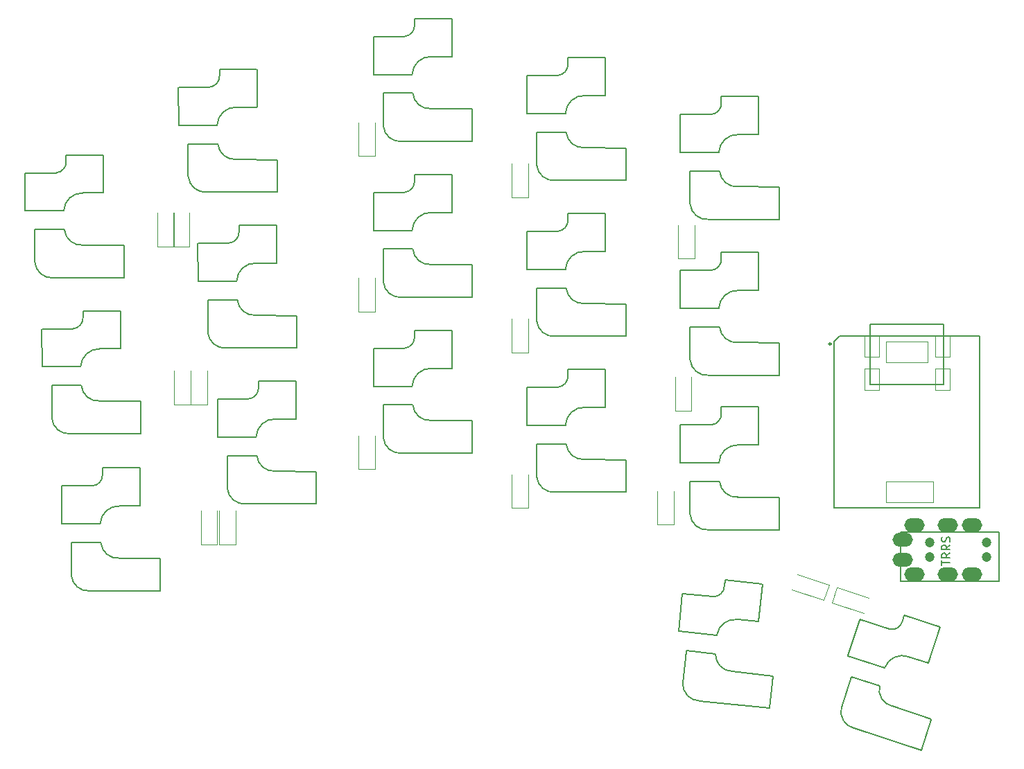
<source format=gto>
%TF.GenerationSoftware,KiCad,Pcbnew,(6.0.7)*%
%TF.CreationDate,2022-09-23T16:12:31+09:00*%
%TF.ProjectId,selen-full,73656c65-6e2d-4667-956c-6c2e6b696361,rev?*%
%TF.SameCoordinates,Original*%
%TF.FileFunction,Legend,Top*%
%TF.FilePolarity,Positive*%
%FSLAX46Y46*%
G04 Gerber Fmt 4.6, Leading zero omitted, Abs format (unit mm)*
G04 Created by KiCad (PCBNEW (6.0.7)) date 2022-09-23 16:12:31*
%MOMM*%
%LPD*%
G01*
G04 APERTURE LIST*
%ADD10C,0.150000*%
%ADD11C,0.120000*%
%ADD12C,0.066040*%
%ADD13C,0.127000*%
%ADD14C,0.254000*%
%ADD15C,1.200000*%
%ADD16O,2.500000X1.700000*%
G04 APERTURE END LIST*
D10*
%TO.C,J1*%
X204986380Y-122886904D02*
X204986380Y-122315476D01*
X205986380Y-122601190D02*
X204986380Y-122601190D01*
X205986380Y-121410714D02*
X205510190Y-121744047D01*
X205986380Y-121982142D02*
X204986380Y-121982142D01*
X204986380Y-121601190D01*
X205034000Y-121505952D01*
X205081619Y-121458333D01*
X205176857Y-121410714D01*
X205319714Y-121410714D01*
X205414952Y-121458333D01*
X205462571Y-121505952D01*
X205510190Y-121601190D01*
X205510190Y-121982142D01*
X205986380Y-120410714D02*
X205510190Y-120744047D01*
X205986380Y-120982142D02*
X204986380Y-120982142D01*
X204986380Y-120601190D01*
X205034000Y-120505952D01*
X205081619Y-120458333D01*
X205176857Y-120410714D01*
X205319714Y-120410714D01*
X205414952Y-120458333D01*
X205462571Y-120505952D01*
X205510190Y-120601190D01*
X205510190Y-120982142D01*
X205938761Y-120029761D02*
X205986380Y-119886904D01*
X205986380Y-119648809D01*
X205938761Y-119553571D01*
X205891142Y-119505952D01*
X205795904Y-119458333D01*
X205700666Y-119458333D01*
X205605428Y-119505952D01*
X205557809Y-119553571D01*
X205510190Y-119648809D01*
X205462571Y-119839285D01*
X205414952Y-119934523D01*
X205367333Y-119982142D01*
X205272095Y-120029761D01*
X205176857Y-120029761D01*
X205081619Y-119982142D01*
X205034000Y-119934523D01*
X204986380Y-119839285D01*
X204986380Y-119601190D01*
X205034000Y-119458333D01*
D11*
%TO.C,D9*%
X154500000Y-96850000D02*
X154500000Y-92800000D01*
X152500000Y-96850000D02*
X152500000Y-92800000D01*
X152500000Y-96900000D02*
X154500000Y-96900000D01*
%TO.C,D4*%
X152500000Y-77850000D02*
X152500000Y-73800000D01*
X154500000Y-77850000D02*
X154500000Y-73800000D01*
X152500000Y-77900000D02*
X154500000Y-77900000D01*
%TO.C,D12*%
X118750000Y-120284000D02*
X118750000Y-116234000D01*
X116750000Y-120334000D02*
X118750000Y-120334000D01*
X116750000Y-120284000D02*
X116750000Y-116234000D01*
%TO.C,D17*%
X192222830Y-125594083D02*
X196074609Y-126845601D01*
X192175277Y-125578632D02*
X191557243Y-127480745D01*
X191604796Y-127496196D02*
X195456575Y-128747714D01*
D10*
%TO.C,SW1*%
X93055000Y-79562500D02*
X93030000Y-74962500D01*
X105130000Y-83858500D02*
X105130000Y-87766500D01*
X102605000Y-77387500D02*
X100055000Y-77387500D01*
X105130000Y-83812500D02*
X100080000Y-83766500D01*
X94230000Y-85812500D02*
X94230000Y-81867500D01*
X102630000Y-77362500D02*
X102630000Y-72762500D01*
X97755000Y-79587500D02*
X93055000Y-79587500D01*
X102605000Y-72737500D02*
X98055000Y-72737500D01*
X96830000Y-74937500D02*
X93055000Y-74937500D01*
X105130000Y-87766500D02*
X96505000Y-87766500D01*
X98050000Y-73462500D02*
X98050000Y-72762500D01*
X94230000Y-81858500D02*
X97840000Y-81858500D01*
X100130000Y-77392500D02*
G75*
G03*
X97760000Y-79562500I-100000J-2270000D01*
G01*
X96830000Y-74932500D02*
G75*
G03*
X98050000Y-73512500I-100000J1320000D01*
G01*
X94241000Y-85882500D02*
G75*
G03*
X96505000Y-87766500I2074000J190000D01*
G01*
X97845000Y-81882500D02*
G75*
G03*
X100105000Y-83762500I2070000J190000D01*
G01*
%TO.C,SW13*%
X140595000Y-94893750D02*
X140595000Y-94193750D01*
X145150000Y-94168750D02*
X140600000Y-94168750D01*
X147675000Y-109197750D02*
X139050000Y-109197750D01*
X139375000Y-96368750D02*
X135600000Y-96368750D01*
X136775000Y-107243750D02*
X136775000Y-103298750D01*
X145175000Y-98793750D02*
X145175000Y-94193750D01*
X136775000Y-103289750D02*
X140385000Y-103289750D01*
X147675000Y-105243750D02*
X142625000Y-105197750D01*
X140300000Y-101018750D02*
X135600000Y-101018750D01*
X147675000Y-105289750D02*
X147675000Y-109197750D01*
X145150000Y-98818750D02*
X142600000Y-98818750D01*
X135600000Y-100993750D02*
X135575000Y-96393750D01*
X140390000Y-103313750D02*
G75*
G03*
X142650000Y-105193750I2070000J190000D01*
G01*
X139375000Y-96363750D02*
G75*
G03*
X140595000Y-94943750I-100000J1320000D01*
G01*
X142675000Y-98823750D02*
G75*
G03*
X140305000Y-100993750I-100000J-2270000D01*
G01*
X136786000Y-107313750D02*
G75*
G03*
X139050000Y-109197750I2074000J190000D01*
G01*
D11*
%TO.C,D15*%
X170250000Y-117900000D02*
X172250000Y-117900000D01*
X170250000Y-117850000D02*
X170250000Y-113800000D01*
X172250000Y-117850000D02*
X172250000Y-113800000D01*
%TO.C,D8*%
X133750000Y-91850000D02*
X133750000Y-87800000D01*
X135750000Y-91850000D02*
X135750000Y-87800000D01*
X133750000Y-91900000D02*
X135750000Y-91900000D01*
D10*
%TO.C,SW7*%
X118868750Y-88160000D02*
X114168750Y-88160000D01*
X123718750Y-85960000D02*
X121168750Y-85960000D01*
X126243750Y-92385000D02*
X121193750Y-92339000D01*
X115343750Y-90431000D02*
X118953750Y-90431000D01*
X123718750Y-81310000D02*
X119168750Y-81310000D01*
X117943750Y-83510000D02*
X114168750Y-83510000D01*
X123743750Y-85935000D02*
X123743750Y-81335000D01*
X115343750Y-94385000D02*
X115343750Y-90440000D01*
X126243750Y-96339000D02*
X117618750Y-96339000D01*
X126243750Y-92431000D02*
X126243750Y-96339000D01*
X119163750Y-82035000D02*
X119163750Y-81335000D01*
X114168750Y-88135000D02*
X114143750Y-83535000D01*
X118958750Y-90455000D02*
G75*
G03*
X121218750Y-92335000I2070000J190000D01*
G01*
X121243750Y-85965000D02*
G75*
G03*
X118873750Y-88135000I-100000J-2270000D01*
G01*
X117943750Y-83505000D02*
G75*
G03*
X119163750Y-82085000I-100000J1320000D01*
G01*
X115354750Y-94455000D02*
G75*
G03*
X117618750Y-96339000I2074000J190000D01*
G01*
D11*
%TO.C,D11*%
X116500000Y-120284000D02*
X116500000Y-116234000D01*
X114500000Y-120334000D02*
X116500000Y-120334000D01*
X114500000Y-120284000D02*
X114500000Y-116234000D01*
D10*
%TO.C,SW6*%
X104693750Y-96412500D02*
X104693750Y-91812500D01*
X104668750Y-91787500D02*
X100118750Y-91787500D01*
X107193750Y-106816500D02*
X98568750Y-106816500D01*
X98893750Y-93987500D02*
X95118750Y-93987500D01*
X107193750Y-102862500D02*
X102143750Y-102816500D01*
X95118750Y-98612500D02*
X95093750Y-94012500D01*
X99818750Y-98637500D02*
X95118750Y-98637500D01*
X107193750Y-102908500D02*
X107193750Y-106816500D01*
X100113750Y-92512500D02*
X100113750Y-91812500D01*
X96293750Y-104862500D02*
X96293750Y-100917500D01*
X104668750Y-96437500D02*
X102118750Y-96437500D01*
X96293750Y-100908500D02*
X99903750Y-100908500D01*
X102193750Y-96442500D02*
G75*
G03*
X99823750Y-98612500I-100000J-2270000D01*
G01*
X99908750Y-100932500D02*
G75*
G03*
X102168750Y-102812500I2070000J190000D01*
G01*
X96304750Y-104932500D02*
G75*
G03*
X98568750Y-106816500I2074000J190000D01*
G01*
X98893750Y-93982500D02*
G75*
G03*
X100113750Y-92562500I-100000J1320000D01*
G01*
%TO.C,SW11*%
X101275000Y-113196250D02*
X97500000Y-113196250D01*
X98675000Y-124071250D02*
X98675000Y-120126250D01*
X107050000Y-110996250D02*
X102500000Y-110996250D01*
X107050000Y-115646250D02*
X104500000Y-115646250D01*
X102200000Y-117846250D02*
X97500000Y-117846250D01*
X107075000Y-115621250D02*
X107075000Y-111021250D01*
X97500000Y-117821250D02*
X97475000Y-113221250D01*
X98675000Y-120117250D02*
X102285000Y-120117250D01*
X109575000Y-122071250D02*
X104525000Y-122025250D01*
X109575000Y-122117250D02*
X109575000Y-126025250D01*
X109575000Y-126025250D02*
X100950000Y-126025250D01*
X102495000Y-111721250D02*
X102495000Y-111021250D01*
X101275000Y-113191250D02*
G75*
G03*
X102495000Y-111771250I-100000J1320000D01*
G01*
X98686000Y-124141250D02*
G75*
G03*
X100950000Y-126025250I2074000J190000D01*
G01*
X104575000Y-115651250D02*
G75*
G03*
X102205000Y-117821250I-100000J-2270000D01*
G01*
X102290000Y-120141250D02*
G75*
G03*
X104550000Y-122021250I2070000J190000D01*
G01*
%TO.C,SW8*%
X145175000Y-79743750D02*
X145175000Y-75143750D01*
X136775000Y-88193750D02*
X136775000Y-84248750D01*
X145150000Y-79768750D02*
X142600000Y-79768750D01*
X147675000Y-86193750D02*
X142625000Y-86147750D01*
X147675000Y-86239750D02*
X147675000Y-90147750D01*
X147675000Y-90147750D02*
X139050000Y-90147750D01*
X140595000Y-75843750D02*
X140595000Y-75143750D01*
X135600000Y-81943750D02*
X135575000Y-77343750D01*
X139375000Y-77318750D02*
X135600000Y-77318750D01*
X136775000Y-84239750D02*
X140385000Y-84239750D01*
X140300000Y-81968750D02*
X135600000Y-81968750D01*
X145150000Y-75118750D02*
X140600000Y-75118750D01*
X136786000Y-88263750D02*
G75*
G03*
X139050000Y-90147750I2074000J190000D01*
G01*
X140390000Y-84263750D02*
G75*
G03*
X142650000Y-86143750I2070000J190000D01*
G01*
X139375000Y-77313750D02*
G75*
G03*
X140595000Y-75893750I-100000J1320000D01*
G01*
X142675000Y-79773750D02*
G75*
G03*
X140305000Y-81943750I-100000J-2270000D01*
G01*
%TO.C,SW10*%
X185140000Y-99672750D02*
X176515000Y-99672750D01*
X173065000Y-91468750D02*
X173040000Y-86868750D01*
X182615000Y-84643750D02*
X178065000Y-84643750D01*
X174240000Y-93764750D02*
X177850000Y-93764750D01*
X182615000Y-89293750D02*
X180065000Y-89293750D01*
X182640000Y-89268750D02*
X182640000Y-84668750D01*
X185140000Y-95764750D02*
X185140000Y-99672750D01*
X174240000Y-97718750D02*
X174240000Y-93773750D01*
X178060000Y-85368750D02*
X178060000Y-84668750D01*
X176840000Y-86843750D02*
X173065000Y-86843750D01*
X177765000Y-91493750D02*
X173065000Y-91493750D01*
X185140000Y-95718750D02*
X180090000Y-95672750D01*
X180140000Y-89298750D02*
G75*
G03*
X177770000Y-91468750I-100000J-2270000D01*
G01*
X176840000Y-86838750D02*
G75*
G03*
X178060000Y-85418750I-100000J1320000D01*
G01*
X177855000Y-93788750D02*
G75*
G03*
X180115000Y-95668750I2070000J190000D01*
G01*
X174251000Y-97788750D02*
G75*
G03*
X176515000Y-99672750I2074000J190000D01*
G01*
%TO.C,SW15*%
X174240000Y-112656000D02*
X177850000Y-112656000D01*
X176840000Y-105735000D02*
X173065000Y-105735000D01*
X185140000Y-114656000D02*
X185140000Y-118564000D01*
X185140000Y-114610000D02*
X180090000Y-114564000D01*
X185140000Y-118564000D02*
X176515000Y-118564000D01*
X177765000Y-110385000D02*
X173065000Y-110385000D01*
X173065000Y-110360000D02*
X173040000Y-105760000D01*
X182640000Y-108160000D02*
X182640000Y-103560000D01*
X182615000Y-108185000D02*
X180065000Y-108185000D01*
X182615000Y-103535000D02*
X178065000Y-103535000D01*
X178060000Y-104260000D02*
X178060000Y-103560000D01*
X174240000Y-116610000D02*
X174240000Y-112665000D01*
X176840000Y-105730000D02*
G75*
G03*
X178060000Y-104310000I-100000J1320000D01*
G01*
X177855000Y-112680000D02*
G75*
G03*
X180115000Y-114560000I2070000J190000D01*
G01*
X174251000Y-116680000D02*
G75*
G03*
X176515000Y-118564000I2074000J190000D01*
G01*
X180140000Y-108190000D02*
G75*
G03*
X177770000Y-110360000I-100000J-2270000D01*
G01*
%TO.C,SW3*%
X147675000Y-67143750D02*
X142625000Y-67097750D01*
X145175000Y-60693750D02*
X145175000Y-56093750D01*
X139375000Y-58268750D02*
X135600000Y-58268750D01*
X145150000Y-60718750D02*
X142600000Y-60718750D01*
X135600000Y-62893750D02*
X135575000Y-58293750D01*
X136775000Y-69143750D02*
X136775000Y-65198750D01*
X140300000Y-62918750D02*
X135600000Y-62918750D01*
X136775000Y-65189750D02*
X140385000Y-65189750D01*
X147675000Y-71097750D02*
X139050000Y-71097750D01*
X147675000Y-67189750D02*
X147675000Y-71097750D01*
X140595000Y-56793750D02*
X140595000Y-56093750D01*
X145150000Y-56068750D02*
X140600000Y-56068750D01*
X136786000Y-69213750D02*
G75*
G03*
X139050000Y-71097750I2074000J190000D01*
G01*
X142675000Y-60723750D02*
G75*
G03*
X140305000Y-62893750I-100000J-2270000D01*
G01*
X140390000Y-65213750D02*
G75*
G03*
X142650000Y-67093750I2070000J190000D01*
G01*
X139375000Y-58263750D02*
G75*
G03*
X140595000Y-56843750I-100000J1320000D01*
G01*
%TO.C,SW16*%
X182561359Y-129778968D02*
X180025328Y-129512421D01*
X172836325Y-130943807D02*
X173292293Y-126366393D01*
X177507965Y-131459954D02*
X172833712Y-130968670D01*
X184396123Y-136478454D02*
X183987625Y-140365046D01*
X184400931Y-136432706D02*
X179383404Y-135859089D01*
X173351585Y-137282390D02*
X173763950Y-133359001D01*
X177074089Y-126738738D02*
X173319769Y-126344143D01*
X178441586Y-125399343D02*
X178514755Y-124703178D01*
X173764891Y-133350050D02*
X177355115Y-133727398D01*
X183047416Y-125154442D02*
X178522341Y-124678837D01*
X182588835Y-129756719D02*
X183069666Y-125181918D01*
X183987625Y-140365046D02*
X175409874Y-139463488D01*
X180099394Y-129525234D02*
G75*
G03*
X177515551Y-131435613I-336732J-2247111D01*
G01*
X177357580Y-133751789D02*
G75*
G03*
X179408685Y-135857724I2078520J-27415D01*
G01*
X177074612Y-126733766D02*
G75*
G03*
X178436359Y-125449069I38525J1323222D01*
G01*
X173355208Y-137353156D02*
G75*
G03*
X175409874Y-139463488I2082499J-27833D01*
G01*
D11*
%TO.C,D3*%
X133750000Y-72900000D02*
X135750000Y-72900000D01*
X133750000Y-72850000D02*
X133750000Y-68800000D01*
X135750000Y-72850000D02*
X135750000Y-68800000D01*
%TO.C,D5*%
X172800000Y-85400000D02*
X174800000Y-85400000D01*
X174800000Y-85350000D02*
X174800000Y-81300000D01*
X172800000Y-85350000D02*
X172800000Y-81300000D01*
%TO.C,D1*%
X109236000Y-83884000D02*
X109236000Y-79834000D01*
X109236000Y-83934000D02*
X111236000Y-83934000D01*
X111236000Y-83884000D02*
X111236000Y-79834000D01*
D10*
%TO.C,SW2*%
X111787500Y-69085000D02*
X111762500Y-64485000D01*
X123862500Y-73335000D02*
X118812500Y-73289000D01*
X112962500Y-75335000D02*
X112962500Y-71390000D01*
X116487500Y-69110000D02*
X111787500Y-69110000D01*
X121337500Y-66910000D02*
X118787500Y-66910000D01*
X123862500Y-77289000D02*
X115237500Y-77289000D01*
X121362500Y-66885000D02*
X121362500Y-62285000D01*
X115562500Y-64460000D02*
X111787500Y-64460000D01*
X116782500Y-62985000D02*
X116782500Y-62285000D01*
X123862500Y-73381000D02*
X123862500Y-77289000D01*
X112962500Y-71381000D02*
X116572500Y-71381000D01*
X121337500Y-62260000D02*
X116787500Y-62260000D01*
X116577500Y-71405000D02*
G75*
G03*
X118837500Y-73285000I2070000J190000D01*
G01*
X115562500Y-64455000D02*
G75*
G03*
X116782500Y-63035000I-100000J1320000D01*
G01*
X118862500Y-66915000D02*
G75*
G03*
X116492500Y-69085000I-100000J-2270000D01*
G01*
X112973500Y-75405000D02*
G75*
G03*
X115237500Y-77289000I2074000J190000D01*
G01*
%TO.C,SW9*%
X166407500Y-90956250D02*
X161357500Y-90910250D01*
X155507500Y-92956250D02*
X155507500Y-89011250D01*
X163882500Y-84531250D02*
X161332500Y-84531250D01*
X154332500Y-86706250D02*
X154307500Y-82106250D01*
X163882500Y-79881250D02*
X159332500Y-79881250D01*
X159032500Y-86731250D02*
X154332500Y-86731250D01*
X163907500Y-84506250D02*
X163907500Y-79906250D01*
X166407500Y-94910250D02*
X157782500Y-94910250D01*
X155507500Y-89002250D02*
X159117500Y-89002250D01*
X166407500Y-91002250D02*
X166407500Y-94910250D01*
X158107500Y-82081250D02*
X154332500Y-82081250D01*
X159327500Y-80606250D02*
X159327500Y-79906250D01*
X158107500Y-82076250D02*
G75*
G03*
X159327500Y-80656250I-100000J1320000D01*
G01*
X159122500Y-89026250D02*
G75*
G03*
X161382500Y-90906250I2070000J190000D01*
G01*
X155518500Y-93026250D02*
G75*
G03*
X157782500Y-94910250I2074000J190000D01*
G01*
X161407500Y-84536250D02*
G75*
G03*
X159037500Y-86706250I-100000J-2270000D01*
G01*
%TO.C,SW5*%
X185140000Y-80622750D02*
X176515000Y-80622750D01*
X174240000Y-74714750D02*
X177850000Y-74714750D01*
X182640000Y-70218750D02*
X182640000Y-65618750D01*
X182615000Y-70243750D02*
X180065000Y-70243750D01*
X182615000Y-65593750D02*
X178065000Y-65593750D01*
X177765000Y-72443750D02*
X173065000Y-72443750D01*
X185140000Y-76668750D02*
X180090000Y-76622750D01*
X176840000Y-67793750D02*
X173065000Y-67793750D01*
X173065000Y-72418750D02*
X173040000Y-67818750D01*
X178060000Y-66318750D02*
X178060000Y-65618750D01*
X185140000Y-76714750D02*
X185140000Y-80622750D01*
X174240000Y-78668750D02*
X174240000Y-74723750D01*
X176840000Y-67788750D02*
G75*
G03*
X178060000Y-66368750I-100000J1320000D01*
G01*
X174251000Y-78738750D02*
G75*
G03*
X176515000Y-80622750I2074000J190000D01*
G01*
X177855000Y-74738750D02*
G75*
G03*
X180115000Y-76618750I2070000J190000D01*
G01*
X180140000Y-70248750D02*
G75*
G03*
X177770000Y-72418750I-100000J-2270000D01*
G01*
D11*
%TO.C,D16*%
X190555170Y-127135917D02*
X186703391Y-125884399D01*
X190602723Y-127151368D02*
X191220757Y-125249255D01*
X191173204Y-125233804D02*
X187321425Y-123982286D01*
%TO.C,D13*%
X133750000Y-111100000D02*
X133750000Y-107050000D01*
X133750000Y-111150000D02*
X135750000Y-111150000D01*
X135750000Y-111100000D02*
X135750000Y-107050000D01*
%TO.C,D10*%
X172400000Y-103950000D02*
X172400000Y-99900000D01*
X172400000Y-104000000D02*
X174400000Y-104000000D01*
X174400000Y-103950000D02*
X174400000Y-99900000D01*
D10*
%TO.C,SW17*%
X203707707Y-141760842D02*
X202500069Y-145477571D01*
X198570679Y-130711626D02*
X194980440Y-129545087D01*
X200186768Y-129685818D02*
X200403079Y-129020079D01*
X204742867Y-130403875D02*
X200415560Y-128997847D01*
X192737372Y-140250921D02*
X193956444Y-136499003D01*
X202500069Y-145477571D02*
X194297206Y-142812300D01*
X203721922Y-141717094D02*
X198933301Y-140112809D01*
X203337440Y-134810237D02*
X204758918Y-130435377D01*
X198013477Y-135419880D02*
X193543511Y-133967500D01*
X193959225Y-136490444D02*
X197392539Y-137605995D01*
X193551237Y-133943723D02*
X194948938Y-129561138D01*
X203305938Y-134826288D02*
X200880744Y-134038294D01*
X192726202Y-140320895D02*
G75*
G03*
X194297206Y-142812300I2031205J-460200D01*
G01*
X198572224Y-130706871D02*
G75*
G03*
X200171317Y-129733371I312796J1286297D01*
G01*
X200950528Y-134066226D02*
G75*
G03*
X198025958Y-135397648I-796574J-2127996D01*
G01*
X197389878Y-137630366D02*
G75*
G03*
X198958314Y-140116730I2027400J-458964D01*
G01*
%TO.C,SW12*%
X121250000Y-107210000D02*
X116550000Y-107210000D01*
X117725000Y-109481000D02*
X121335000Y-109481000D01*
X117725000Y-113435000D02*
X117725000Y-109490000D01*
X120325000Y-102560000D02*
X116550000Y-102560000D01*
X116550000Y-107185000D02*
X116525000Y-102585000D01*
X126100000Y-105010000D02*
X123550000Y-105010000D01*
X126100000Y-100360000D02*
X121550000Y-100360000D01*
X128625000Y-111435000D02*
X123575000Y-111389000D01*
X128625000Y-111481000D02*
X128625000Y-115389000D01*
X126125000Y-104985000D02*
X126125000Y-100385000D01*
X121545000Y-101085000D02*
X121545000Y-100385000D01*
X128625000Y-115389000D02*
X120000000Y-115389000D01*
X123625000Y-105015000D02*
G75*
G03*
X121255000Y-107185000I-100000J-2270000D01*
G01*
X120325000Y-102555000D02*
G75*
G03*
X121545000Y-101135000I-100000J1320000D01*
G01*
X117736000Y-113505000D02*
G75*
G03*
X120000000Y-115389000I2074000J190000D01*
G01*
X121340000Y-109505000D02*
G75*
G03*
X123600000Y-111385000I2070000J190000D01*
G01*
D11*
%TO.C,D14*%
X154500000Y-115850000D02*
X154500000Y-111800000D01*
X152500000Y-115850000D02*
X152500000Y-111800000D01*
X152500000Y-115900000D02*
X154500000Y-115900000D01*
D10*
%TO.C,J1*%
X211984000Y-124875000D02*
X199984000Y-124875000D01*
X211984000Y-118875000D02*
X211984000Y-124875000D01*
X199984000Y-118875000D02*
X211984000Y-118875000D01*
X199984000Y-124875000D02*
X199984000Y-118875000D01*
D11*
%TO.C,D2*%
X113111000Y-83884000D02*
X113111000Y-79834000D01*
X111111000Y-83884000D02*
X111111000Y-79834000D01*
X111111000Y-83934000D02*
X113111000Y-83934000D01*
D10*
%TO.C,SW14*%
X159327500Y-99656250D02*
X159327500Y-98956250D01*
X155507500Y-108052250D02*
X159117500Y-108052250D01*
X159032500Y-105781250D02*
X154332500Y-105781250D01*
X154332500Y-105756250D02*
X154307500Y-101156250D01*
X163882500Y-103581250D02*
X161332500Y-103581250D01*
X163882500Y-98931250D02*
X159332500Y-98931250D01*
X166407500Y-110052250D02*
X166407500Y-113960250D01*
X166407500Y-110006250D02*
X161357500Y-109960250D01*
X155507500Y-112006250D02*
X155507500Y-108061250D01*
X166407500Y-113960250D02*
X157782500Y-113960250D01*
X158107500Y-101131250D02*
X154332500Y-101131250D01*
X163907500Y-103556250D02*
X163907500Y-98956250D01*
X161407500Y-103586250D02*
G75*
G03*
X159037500Y-105756250I-100000J-2270000D01*
G01*
X159122500Y-108076250D02*
G75*
G03*
X161382500Y-109956250I2070000J190000D01*
G01*
X158107500Y-101126250D02*
G75*
G03*
X159327500Y-99706250I-100000J1320000D01*
G01*
X155518500Y-112076250D02*
G75*
G03*
X157782500Y-113960250I2074000J190000D01*
G01*
D11*
%TO.C,D7*%
X115300000Y-103188000D02*
X115300000Y-99138000D01*
X113300000Y-103238000D02*
X115300000Y-103238000D01*
X113300000Y-103188000D02*
X113300000Y-99138000D01*
D10*
%TO.C,SW4*%
X163882500Y-60831250D02*
X159332500Y-60831250D01*
X163907500Y-65456250D02*
X163907500Y-60856250D01*
X166407500Y-71906250D02*
X161357500Y-71860250D01*
X154332500Y-67656250D02*
X154307500Y-63056250D01*
X166407500Y-75860250D02*
X157782500Y-75860250D01*
X159327500Y-61556250D02*
X159327500Y-60856250D01*
X158107500Y-63031250D02*
X154332500Y-63031250D01*
X159032500Y-67681250D02*
X154332500Y-67681250D01*
X155507500Y-73906250D02*
X155507500Y-69961250D01*
X163882500Y-65481250D02*
X161332500Y-65481250D01*
X155507500Y-69952250D02*
X159117500Y-69952250D01*
X166407500Y-71952250D02*
X166407500Y-75860250D01*
X161407500Y-65486250D02*
G75*
G03*
X159037500Y-67656250I-100000J-2270000D01*
G01*
X159122500Y-69976250D02*
G75*
G03*
X161382500Y-71856250I2070000J190000D01*
G01*
X155518500Y-73976250D02*
G75*
G03*
X157782500Y-75860250I2074000J190000D01*
G01*
X158107500Y-63026250D02*
G75*
G03*
X159327500Y-61606250I-100000J1320000D01*
G01*
D12*
%TO.C,U1*%
X204157184Y-97434116D02*
X205935184Y-97434116D01*
X204157184Y-97434116D02*
X204157184Y-94767116D01*
D13*
X205231604Y-100779296D02*
X196232384Y-100779296D01*
D12*
X198188184Y-112674116D02*
X203903184Y-112674116D01*
X198188184Y-98069116D02*
X203268184Y-98069116D01*
X205935184Y-101500656D02*
X205935184Y-98831116D01*
X204157184Y-101500656D02*
X205935184Y-101500656D01*
X203903184Y-115214116D02*
X203903184Y-112674116D01*
X195521184Y-97434116D02*
X197299184Y-97434116D01*
X204157184Y-101500656D02*
X204157184Y-98831116D01*
X197299184Y-97434116D02*
X197299184Y-94767116D01*
X195521184Y-98831116D02*
X197299184Y-98831116D01*
X198188184Y-115214116D02*
X203903184Y-115214116D01*
D13*
X205231604Y-93425996D02*
X205231604Y-100779296D01*
D12*
X195521184Y-101500656D02*
X197299184Y-101500656D01*
X195521184Y-97434116D02*
X195521184Y-94767116D01*
X203268184Y-98069116D02*
X203268184Y-95529116D01*
X195521184Y-101500656D02*
X195521184Y-98831116D01*
X204157184Y-94767116D02*
X205935184Y-94767116D01*
X205935184Y-97434116D02*
X205935184Y-94767116D01*
X197299184Y-101500656D02*
X197299184Y-98831116D01*
D13*
X209635964Y-94850936D02*
X192508744Y-94850936D01*
D12*
X195521184Y-94767116D02*
X197299184Y-94767116D01*
D13*
X196232384Y-100779296D02*
X196232384Y-93425996D01*
D12*
X198188184Y-98069116D02*
X198188184Y-95529116D01*
X204157184Y-98831116D02*
X205935184Y-98831116D01*
D13*
X191838184Y-115849116D02*
X209635964Y-115849116D01*
X209635964Y-115849116D02*
X209635964Y-94850936D01*
D12*
X198188184Y-115214116D02*
X198188184Y-112674116D01*
D13*
X196237464Y-93425996D02*
X205231604Y-93425996D01*
X191838184Y-95521496D02*
X191838184Y-115849116D01*
X192508744Y-94850936D02*
X191838184Y-95521496D01*
D12*
X198188184Y-95529116D02*
X203268184Y-95529116D01*
D14*
X191465184Y-95849116D02*
G75*
G03*
X191465184Y-95849116I-127000J0D01*
G01*
D11*
%TO.C,D6*%
X111268000Y-103188000D02*
X111268000Y-99138000D01*
X113268000Y-103188000D02*
X113268000Y-99138000D01*
X111268000Y-103238000D02*
X113268000Y-103238000D01*
%TD*%
D15*
%TO.C,J1*%
X210484000Y-120125000D03*
X203484000Y-120125000D03*
X210484000Y-121875000D03*
X203484000Y-121875000D03*
D16*
X200184000Y-119775000D03*
X200184000Y-122225000D03*
X208684000Y-118025000D03*
X208684000Y-123975000D03*
X205684000Y-118025000D03*
X205684000Y-123975000D03*
X201684000Y-123975000D03*
X201684000Y-118025000D03*
%TD*%
M02*

</source>
